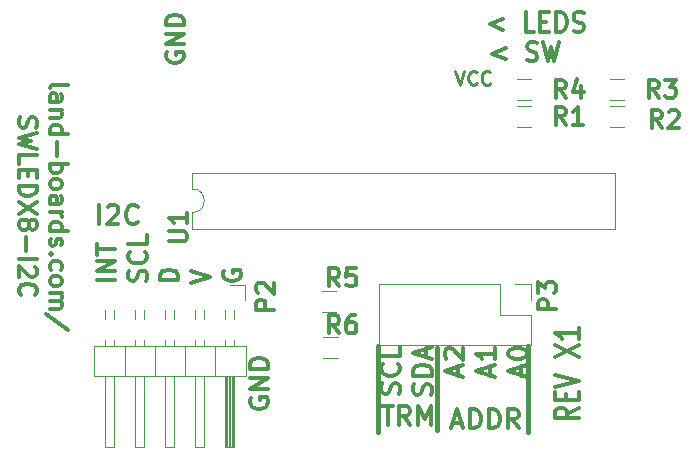
<source format=gbr>
G04 #@! TF.FileFunction,Legend,Top*
%FSLAX46Y46*%
G04 Gerber Fmt 4.6, Leading zero omitted, Abs format (unit mm)*
G04 Created by KiCad (PCBNEW 4.0.5) date 05/28/17 11:37:27*
%MOMM*%
%LPD*%
G01*
G04 APERTURE LIST*
%ADD10C,0.150000*%
%ADD11C,0.304800*%
%ADD12C,0.381000*%
%ADD13C,0.285750*%
%ADD14C,0.375000*%
%ADD15C,0.120000*%
G04 APERTURE END LIST*
D10*
D11*
X9434024Y-20436155D02*
X9434024Y-18848655D01*
X10125267Y-18999845D02*
X10202072Y-18924250D01*
X10355681Y-18848655D01*
X10739705Y-18848655D01*
X10893315Y-18924250D01*
X10970119Y-18999845D01*
X11046924Y-19151036D01*
X11046924Y-19302226D01*
X10970119Y-19529012D01*
X10048462Y-20436155D01*
X11046924Y-20436155D01*
X12659824Y-20284964D02*
X12583019Y-20360560D01*
X12352605Y-20436155D01*
X12198995Y-20436155D01*
X11968581Y-20360560D01*
X11814972Y-20209369D01*
X11738167Y-20058179D01*
X11661362Y-19755798D01*
X11661362Y-19529012D01*
X11738167Y-19226631D01*
X11814972Y-19075440D01*
X11968581Y-18924250D01*
X12198995Y-18848655D01*
X12352605Y-18848655D01*
X12583019Y-18924250D01*
X12659824Y-18999845D01*
X10778410Y-25185048D02*
X9203610Y-25185048D01*
X10778410Y-24435143D02*
X9203610Y-24435143D01*
X10778410Y-23535257D01*
X9203610Y-23535257D01*
X9203610Y-23010324D02*
X9203610Y-22110438D01*
X10778410Y-22560381D02*
X9203610Y-22560381D01*
X13370419Y-25260038D02*
X13445410Y-25035067D01*
X13445410Y-24660114D01*
X13370419Y-24510133D01*
X13295429Y-24435143D01*
X13145448Y-24360152D01*
X12995467Y-24360152D01*
X12845486Y-24435143D01*
X12770495Y-24510133D01*
X12695505Y-24660114D01*
X12620514Y-24960076D01*
X12545524Y-25110057D01*
X12470533Y-25185048D01*
X12320552Y-25260038D01*
X12170571Y-25260038D01*
X12020590Y-25185048D01*
X11945600Y-25110057D01*
X11870610Y-24960076D01*
X11870610Y-24585124D01*
X11945600Y-24360152D01*
X13295429Y-22785352D02*
X13370419Y-22860342D01*
X13445410Y-23085314D01*
X13445410Y-23235295D01*
X13370419Y-23460266D01*
X13220438Y-23610247D01*
X13070457Y-23685238D01*
X12770495Y-23760228D01*
X12545524Y-23760228D01*
X12245562Y-23685238D01*
X12095581Y-23610247D01*
X11945600Y-23460266D01*
X11870610Y-23235295D01*
X11870610Y-23085314D01*
X11945600Y-22860342D01*
X12020590Y-22785352D01*
X13445410Y-21360533D02*
X13445410Y-22110438D01*
X11870610Y-22110438D01*
X16112410Y-25185048D02*
X14537610Y-25185048D01*
X14537610Y-24810095D01*
X14612600Y-24585124D01*
X14762581Y-24435143D01*
X14912562Y-24360152D01*
X15212524Y-24285162D01*
X15437495Y-24285162D01*
X15737457Y-24360152D01*
X15887438Y-24435143D01*
X16037419Y-24585124D01*
X16112410Y-24810095D01*
X16112410Y-25185048D01*
X17204610Y-25410019D02*
X18779410Y-24885086D01*
X17204610Y-24360152D01*
X19946600Y-24360152D02*
X19871610Y-24510133D01*
X19871610Y-24735105D01*
X19946600Y-24960076D01*
X20096581Y-25110057D01*
X20246562Y-25185048D01*
X20546524Y-25260038D01*
X20771495Y-25260038D01*
X21071457Y-25185048D01*
X21221438Y-25110057D01*
X21371419Y-24960076D01*
X21446410Y-24735105D01*
X21446410Y-24585124D01*
X21371419Y-24360152D01*
X21296429Y-24285162D01*
X20771495Y-24285162D01*
X20771495Y-24585124D01*
D12*
X38017000Y-37902000D02*
X38017000Y-30917000D01*
X45710000Y-38029000D02*
X45710000Y-30790000D01*
X32983000Y-30790000D02*
X32983000Y-38029000D01*
D11*
X39331033Y-37254583D02*
X40099081Y-37254583D01*
X39177424Y-37708155D02*
X39715057Y-36120655D01*
X40252690Y-37708155D01*
X40790324Y-37708155D02*
X40790324Y-36120655D01*
X41174348Y-36120655D01*
X41404762Y-36196250D01*
X41558371Y-36347440D01*
X41635176Y-36498631D01*
X41711981Y-36801012D01*
X41711981Y-37027798D01*
X41635176Y-37330179D01*
X41558371Y-37481369D01*
X41404762Y-37632560D01*
X41174348Y-37708155D01*
X40790324Y-37708155D01*
X42403224Y-37708155D02*
X42403224Y-36120655D01*
X42787248Y-36120655D01*
X43017662Y-36196250D01*
X43171271Y-36347440D01*
X43248076Y-36498631D01*
X43324881Y-36801012D01*
X43324881Y-37027798D01*
X43248076Y-37330179D01*
X43171271Y-37481369D01*
X43017662Y-37632560D01*
X42787248Y-37708155D01*
X42403224Y-37708155D01*
X44937781Y-37708155D02*
X44400148Y-36952202D01*
X44016124Y-37708155D02*
X44016124Y-36120655D01*
X44630562Y-36120655D01*
X44784171Y-36196250D01*
X44860976Y-36271845D01*
X44937781Y-36423036D01*
X44937781Y-36649821D01*
X44860976Y-36801012D01*
X44784171Y-36876607D01*
X44630562Y-36952202D01*
X44016124Y-36952202D01*
X33368520Y-35830655D02*
X34290177Y-35830655D01*
X33829348Y-37418155D02*
X33829348Y-35830655D01*
X35749467Y-37418155D02*
X35211834Y-36662202D01*
X34827810Y-37418155D02*
X34827810Y-35830655D01*
X35442248Y-35830655D01*
X35595857Y-35906250D01*
X35672662Y-35981845D01*
X35749467Y-36133036D01*
X35749467Y-36359821D01*
X35672662Y-36511012D01*
X35595857Y-36586607D01*
X35442248Y-36662202D01*
X34827810Y-36662202D01*
X36440710Y-37418155D02*
X36440710Y-35830655D01*
X36978343Y-36964583D01*
X37515976Y-35830655D01*
X37515976Y-37418155D01*
X34800460Y-34787457D02*
X34876055Y-34557043D01*
X34876055Y-34173019D01*
X34800460Y-34019409D01*
X34724864Y-33942605D01*
X34573674Y-33865800D01*
X34422483Y-33865800D01*
X34271293Y-33942605D01*
X34195698Y-34019409D01*
X34120102Y-34173019D01*
X34044507Y-34480238D01*
X33968912Y-34633847D01*
X33893317Y-34710652D01*
X33742126Y-34787457D01*
X33590936Y-34787457D01*
X33439745Y-34710652D01*
X33364150Y-34633847D01*
X33288555Y-34480238D01*
X33288555Y-34096214D01*
X33364150Y-33865800D01*
X34724864Y-32252900D02*
X34800460Y-32329705D01*
X34876055Y-32560119D01*
X34876055Y-32713729D01*
X34800460Y-32944143D01*
X34649269Y-33097752D01*
X34498079Y-33174557D01*
X34195698Y-33251362D01*
X33968912Y-33251362D01*
X33666531Y-33174557D01*
X33515340Y-33097752D01*
X33364150Y-32944143D01*
X33288555Y-32713729D01*
X33288555Y-32560119D01*
X33364150Y-32329705D01*
X33439745Y-32252900D01*
X34876055Y-30793610D02*
X34876055Y-31561657D01*
X33288555Y-31561657D01*
X37486510Y-34864262D02*
X37562105Y-34633848D01*
X37562105Y-34249824D01*
X37486510Y-34096214D01*
X37410914Y-34019410D01*
X37259724Y-33942605D01*
X37108533Y-33942605D01*
X36957343Y-34019410D01*
X36881748Y-34096214D01*
X36806152Y-34249824D01*
X36730557Y-34557043D01*
X36654962Y-34710652D01*
X36579367Y-34787457D01*
X36428176Y-34864262D01*
X36276986Y-34864262D01*
X36125795Y-34787457D01*
X36050200Y-34710652D01*
X35974605Y-34557043D01*
X35974605Y-34173019D01*
X36050200Y-33942605D01*
X37562105Y-33251362D02*
X35974605Y-33251362D01*
X35974605Y-32867338D01*
X36050200Y-32636924D01*
X36201390Y-32483315D01*
X36352581Y-32406510D01*
X36654962Y-32329705D01*
X36881748Y-32329705D01*
X37184129Y-32406510D01*
X37335319Y-32483315D01*
X37486510Y-32636924D01*
X37562105Y-32867338D01*
X37562105Y-33251362D01*
X37108533Y-31715267D02*
X37108533Y-30947219D01*
X37562105Y-31868876D02*
X35974605Y-31331243D01*
X37562105Y-30793610D01*
X39794583Y-33251362D02*
X39794583Y-32483314D01*
X40248155Y-33404971D02*
X38660655Y-32867338D01*
X40248155Y-32329705D01*
X38811845Y-31868876D02*
X38736250Y-31792071D01*
X38660655Y-31638462D01*
X38660655Y-31254438D01*
X38736250Y-31100828D01*
X38811845Y-31024024D01*
X38963036Y-30947219D01*
X39114226Y-30947219D01*
X39341012Y-31024024D01*
X40248155Y-31945681D01*
X40248155Y-30947219D01*
X42480633Y-33251362D02*
X42480633Y-32483314D01*
X42934205Y-33404971D02*
X41346705Y-32867338D01*
X42934205Y-32329705D01*
X42934205Y-30947219D02*
X42934205Y-31868876D01*
X42934205Y-31408047D02*
X41346705Y-31408047D01*
X41573490Y-31561657D01*
X41724681Y-31715266D01*
X41800276Y-31868876D01*
X45166683Y-33251362D02*
X45166683Y-32483314D01*
X45620255Y-33404971D02*
X44032755Y-32867338D01*
X45620255Y-32329705D01*
X44032755Y-31484852D02*
X44032755Y-31331243D01*
X44108350Y-31177633D01*
X44183945Y-31100828D01*
X44335136Y-31024024D01*
X44637517Y-30947219D01*
X45015493Y-30947219D01*
X45317874Y-31024024D01*
X45469064Y-31100828D01*
X45544660Y-31177633D01*
X45620255Y-31331243D01*
X45620255Y-31484852D01*
X45544660Y-31638462D01*
X45469064Y-31715266D01*
X45317874Y-31792071D01*
X45015493Y-31868876D01*
X44637517Y-31868876D01*
X44335136Y-31792071D01*
X44183945Y-31715266D01*
X44108350Y-31638462D01*
X44032755Y-31484852D01*
X22226250Y-35126124D02*
X22150655Y-35279733D01*
X22150655Y-35510148D01*
X22226250Y-35740562D01*
X22377440Y-35894171D01*
X22528631Y-35970976D01*
X22831012Y-36047781D01*
X23057798Y-36047781D01*
X23360179Y-35970976D01*
X23511369Y-35894171D01*
X23662560Y-35740562D01*
X23738155Y-35510148D01*
X23738155Y-35356538D01*
X23662560Y-35126124D01*
X23586964Y-35049319D01*
X23057798Y-35049319D01*
X23057798Y-35356538D01*
X23738155Y-34358076D02*
X22150655Y-34358076D01*
X23738155Y-33436419D01*
X22150655Y-33436419D01*
X23738155Y-32668371D02*
X22150655Y-32668371D01*
X22150655Y-32284347D01*
X22226250Y-32053933D01*
X22377440Y-31900324D01*
X22528631Y-31823519D01*
X22831012Y-31746714D01*
X23057798Y-31746714D01*
X23360179Y-31823519D01*
X23511369Y-31900324D01*
X23662560Y-32053933D01*
X23738155Y-32284347D01*
X23738155Y-32668371D01*
D13*
X39576000Y-7474071D02*
X39957000Y-8617071D01*
X40338000Y-7474071D01*
X41372143Y-8508214D02*
X41317714Y-8562643D01*
X41154428Y-8617071D01*
X41045571Y-8617071D01*
X40882286Y-8562643D01*
X40773428Y-8453786D01*
X40719000Y-8344929D01*
X40664571Y-8127214D01*
X40664571Y-7963929D01*
X40719000Y-7746214D01*
X40773428Y-7637357D01*
X40882286Y-7528500D01*
X41045571Y-7474071D01*
X41154428Y-7474071D01*
X41317714Y-7528500D01*
X41372143Y-7582929D01*
X42515143Y-8508214D02*
X42460714Y-8562643D01*
X42297428Y-8617071D01*
X42188571Y-8617071D01*
X42025286Y-8562643D01*
X41916428Y-8453786D01*
X41862000Y-8344929D01*
X41807571Y-8127214D01*
X41807571Y-7963929D01*
X41862000Y-7746214D01*
X41916428Y-7637357D01*
X42025286Y-7528500D01*
X42188571Y-7474071D01*
X42297428Y-7474071D01*
X42460714Y-7528500D01*
X42515143Y-7582929D01*
D11*
X43824000Y-5546214D02*
X42662857Y-6017929D01*
X43824000Y-6489643D01*
X45638286Y-6568262D02*
X45856000Y-6646881D01*
X46218857Y-6646881D01*
X46364000Y-6568262D01*
X46436571Y-6489643D01*
X46509143Y-6332405D01*
X46509143Y-6175167D01*
X46436571Y-6017929D01*
X46364000Y-5939310D01*
X46218857Y-5860690D01*
X45928571Y-5782071D01*
X45783429Y-5703452D01*
X45710857Y-5624833D01*
X45638286Y-5467595D01*
X45638286Y-5310357D01*
X45710857Y-5153119D01*
X45783429Y-5074500D01*
X45928571Y-4995881D01*
X46291429Y-4995881D01*
X46509143Y-5074500D01*
X47017143Y-4995881D02*
X47380000Y-6646881D01*
X47670286Y-5467595D01*
X47960572Y-6646881D01*
X48323429Y-4995881D01*
X43624000Y-3046214D02*
X42462857Y-3517929D01*
X43624000Y-3989643D01*
X46236571Y-4146881D02*
X45510857Y-4146881D01*
X45510857Y-2495881D01*
X46744571Y-3282071D02*
X47252571Y-3282071D01*
X47470285Y-4146881D02*
X46744571Y-4146881D01*
X46744571Y-2495881D01*
X47470285Y-2495881D01*
X48123428Y-4146881D02*
X48123428Y-2495881D01*
X48486285Y-2495881D01*
X48704000Y-2574500D01*
X48849142Y-2731738D01*
X48921714Y-2888976D01*
X48994285Y-3203452D01*
X48994285Y-3439310D01*
X48921714Y-3753786D01*
X48849142Y-3911024D01*
X48704000Y-4068262D01*
X48486285Y-4146881D01*
X48123428Y-4146881D01*
X49574857Y-4068262D02*
X49792571Y-4146881D01*
X50155428Y-4146881D01*
X50300571Y-4068262D01*
X50373142Y-3989643D01*
X50445714Y-3832405D01*
X50445714Y-3675167D01*
X50373142Y-3517929D01*
X50300571Y-3439310D01*
X50155428Y-3360690D01*
X49865142Y-3282071D01*
X49720000Y-3203452D01*
X49647428Y-3124833D01*
X49574857Y-2967595D01*
X49574857Y-2810357D01*
X49647428Y-2653119D01*
X49720000Y-2574500D01*
X49865142Y-2495881D01*
X50228000Y-2495881D01*
X50445714Y-2574500D01*
X15146000Y-5893142D02*
X15073429Y-6038285D01*
X15073429Y-6255999D01*
X15146000Y-6473714D01*
X15291143Y-6618856D01*
X15436286Y-6691428D01*
X15726571Y-6763999D01*
X15944286Y-6763999D01*
X16234571Y-6691428D01*
X16379714Y-6618856D01*
X16524857Y-6473714D01*
X16597429Y-6255999D01*
X16597429Y-6110856D01*
X16524857Y-5893142D01*
X16452286Y-5820571D01*
X15944286Y-5820571D01*
X15944286Y-6110856D01*
X16597429Y-5167428D02*
X15073429Y-5167428D01*
X16597429Y-4296571D01*
X15073429Y-4296571D01*
X16597429Y-3570857D02*
X15073429Y-3570857D01*
X15073429Y-3208000D01*
X15146000Y-2990285D01*
X15291143Y-2845143D01*
X15436286Y-2772571D01*
X15726571Y-2700000D01*
X15944286Y-2700000D01*
X16234571Y-2772571D01*
X16379714Y-2845143D01*
X16524857Y-2990285D01*
X16597429Y-3208000D01*
X16597429Y-3570857D01*
D14*
X5233929Y-8864286D02*
X5305357Y-8721428D01*
X5448214Y-8650000D01*
X6733929Y-8650000D01*
X5233929Y-10078571D02*
X6019643Y-10078571D01*
X6162500Y-10007142D01*
X6233929Y-9864285D01*
X6233929Y-9578571D01*
X6162500Y-9435714D01*
X5305357Y-10078571D02*
X5233929Y-9935714D01*
X5233929Y-9578571D01*
X5305357Y-9435714D01*
X5448214Y-9364285D01*
X5591071Y-9364285D01*
X5733929Y-9435714D01*
X5805357Y-9578571D01*
X5805357Y-9935714D01*
X5876786Y-10078571D01*
X6233929Y-10792857D02*
X5233929Y-10792857D01*
X6091071Y-10792857D02*
X6162500Y-10864285D01*
X6233929Y-11007143D01*
X6233929Y-11221428D01*
X6162500Y-11364285D01*
X6019643Y-11435714D01*
X5233929Y-11435714D01*
X5233929Y-12792857D02*
X6733929Y-12792857D01*
X5305357Y-12792857D02*
X5233929Y-12650000D01*
X5233929Y-12364286D01*
X5305357Y-12221428D01*
X5376786Y-12150000D01*
X5519643Y-12078571D01*
X5948214Y-12078571D01*
X6091071Y-12150000D01*
X6162500Y-12221428D01*
X6233929Y-12364286D01*
X6233929Y-12650000D01*
X6162500Y-12792857D01*
X5805357Y-13507143D02*
X5805357Y-14650000D01*
X5233929Y-15364286D02*
X6733929Y-15364286D01*
X6162500Y-15364286D02*
X6233929Y-15507143D01*
X6233929Y-15792857D01*
X6162500Y-15935714D01*
X6091071Y-16007143D01*
X5948214Y-16078572D01*
X5519643Y-16078572D01*
X5376786Y-16007143D01*
X5305357Y-15935714D01*
X5233929Y-15792857D01*
X5233929Y-15507143D01*
X5305357Y-15364286D01*
X5233929Y-16935715D02*
X5305357Y-16792857D01*
X5376786Y-16721429D01*
X5519643Y-16650000D01*
X5948214Y-16650000D01*
X6091071Y-16721429D01*
X6162500Y-16792857D01*
X6233929Y-16935715D01*
X6233929Y-17150000D01*
X6162500Y-17292857D01*
X6091071Y-17364286D01*
X5948214Y-17435715D01*
X5519643Y-17435715D01*
X5376786Y-17364286D01*
X5305357Y-17292857D01*
X5233929Y-17150000D01*
X5233929Y-16935715D01*
X5233929Y-18721429D02*
X6019643Y-18721429D01*
X6162500Y-18650000D01*
X6233929Y-18507143D01*
X6233929Y-18221429D01*
X6162500Y-18078572D01*
X5305357Y-18721429D02*
X5233929Y-18578572D01*
X5233929Y-18221429D01*
X5305357Y-18078572D01*
X5448214Y-18007143D01*
X5591071Y-18007143D01*
X5733929Y-18078572D01*
X5805357Y-18221429D01*
X5805357Y-18578572D01*
X5876786Y-18721429D01*
X5233929Y-19435715D02*
X6233929Y-19435715D01*
X5948214Y-19435715D02*
X6091071Y-19507143D01*
X6162500Y-19578572D01*
X6233929Y-19721429D01*
X6233929Y-19864286D01*
X5233929Y-21007143D02*
X6733929Y-21007143D01*
X5305357Y-21007143D02*
X5233929Y-20864286D01*
X5233929Y-20578572D01*
X5305357Y-20435714D01*
X5376786Y-20364286D01*
X5519643Y-20292857D01*
X5948214Y-20292857D01*
X6091071Y-20364286D01*
X6162500Y-20435714D01*
X6233929Y-20578572D01*
X6233929Y-20864286D01*
X6162500Y-21007143D01*
X5305357Y-21650000D02*
X5233929Y-21792857D01*
X5233929Y-22078572D01*
X5305357Y-22221429D01*
X5448214Y-22292857D01*
X5519643Y-22292857D01*
X5662500Y-22221429D01*
X5733929Y-22078572D01*
X5733929Y-21864286D01*
X5805357Y-21721429D01*
X5948214Y-21650000D01*
X6019643Y-21650000D01*
X6162500Y-21721429D01*
X6233929Y-21864286D01*
X6233929Y-22078572D01*
X6162500Y-22221429D01*
X5376786Y-22935715D02*
X5305357Y-23007143D01*
X5233929Y-22935715D01*
X5305357Y-22864286D01*
X5376786Y-22935715D01*
X5233929Y-22935715D01*
X5305357Y-24292858D02*
X5233929Y-24150001D01*
X5233929Y-23864287D01*
X5305357Y-23721429D01*
X5376786Y-23650001D01*
X5519643Y-23578572D01*
X5948214Y-23578572D01*
X6091071Y-23650001D01*
X6162500Y-23721429D01*
X6233929Y-23864287D01*
X6233929Y-24150001D01*
X6162500Y-24292858D01*
X5233929Y-25150001D02*
X5305357Y-25007143D01*
X5376786Y-24935715D01*
X5519643Y-24864286D01*
X5948214Y-24864286D01*
X6091071Y-24935715D01*
X6162500Y-25007143D01*
X6233929Y-25150001D01*
X6233929Y-25364286D01*
X6162500Y-25507143D01*
X6091071Y-25578572D01*
X5948214Y-25650001D01*
X5519643Y-25650001D01*
X5376786Y-25578572D01*
X5305357Y-25507143D01*
X5233929Y-25364286D01*
X5233929Y-25150001D01*
X5233929Y-26292858D02*
X6233929Y-26292858D01*
X6091071Y-26292858D02*
X6162500Y-26364286D01*
X6233929Y-26507144D01*
X6233929Y-26721429D01*
X6162500Y-26864286D01*
X6019643Y-26935715D01*
X5233929Y-26935715D01*
X6019643Y-26935715D02*
X6162500Y-27007144D01*
X6233929Y-27150001D01*
X6233929Y-27364286D01*
X6162500Y-27507144D01*
X6019643Y-27578572D01*
X5233929Y-27578572D01*
X6805357Y-29364286D02*
X4876786Y-28078572D01*
X2680357Y-11400000D02*
X2608929Y-11614286D01*
X2608929Y-11971429D01*
X2680357Y-12114286D01*
X2751786Y-12185715D01*
X2894643Y-12257143D01*
X3037500Y-12257143D01*
X3180357Y-12185715D01*
X3251786Y-12114286D01*
X3323214Y-11971429D01*
X3394643Y-11685715D01*
X3466071Y-11542857D01*
X3537500Y-11471429D01*
X3680357Y-11400000D01*
X3823214Y-11400000D01*
X3966071Y-11471429D01*
X4037500Y-11542857D01*
X4108929Y-11685715D01*
X4108929Y-12042857D01*
X4037500Y-12257143D01*
X4108929Y-12757143D02*
X2608929Y-13114286D01*
X3680357Y-13400000D01*
X2608929Y-13685714D01*
X4108929Y-14042857D01*
X2608929Y-15328572D02*
X2608929Y-14614286D01*
X4108929Y-14614286D01*
X3394643Y-15828572D02*
X3394643Y-16328572D01*
X2608929Y-16542858D02*
X2608929Y-15828572D01*
X4108929Y-15828572D01*
X4108929Y-16542858D01*
X2608929Y-17185715D02*
X4108929Y-17185715D01*
X4108929Y-17542858D01*
X4037500Y-17757143D01*
X3894643Y-17900001D01*
X3751786Y-17971429D01*
X3466071Y-18042858D01*
X3251786Y-18042858D01*
X2966071Y-17971429D01*
X2823214Y-17900001D01*
X2680357Y-17757143D01*
X2608929Y-17542858D01*
X2608929Y-17185715D01*
X4108929Y-18542858D02*
X2608929Y-19542858D01*
X4108929Y-19542858D02*
X2608929Y-18542858D01*
X3466071Y-20328572D02*
X3537500Y-20185714D01*
X3608929Y-20114286D01*
X3751786Y-20042857D01*
X3823214Y-20042857D01*
X3966071Y-20114286D01*
X4037500Y-20185714D01*
X4108929Y-20328572D01*
X4108929Y-20614286D01*
X4037500Y-20757143D01*
X3966071Y-20828572D01*
X3823214Y-20900000D01*
X3751786Y-20900000D01*
X3608929Y-20828572D01*
X3537500Y-20757143D01*
X3466071Y-20614286D01*
X3466071Y-20328572D01*
X3394643Y-20185714D01*
X3323214Y-20114286D01*
X3180357Y-20042857D01*
X2894643Y-20042857D01*
X2751786Y-20114286D01*
X2680357Y-20185714D01*
X2608929Y-20328572D01*
X2608929Y-20614286D01*
X2680357Y-20757143D01*
X2751786Y-20828572D01*
X2894643Y-20900000D01*
X3180357Y-20900000D01*
X3323214Y-20828572D01*
X3394643Y-20757143D01*
X3466071Y-20614286D01*
X3180357Y-21542857D02*
X3180357Y-22685714D01*
X2608929Y-23400000D02*
X4108929Y-23400000D01*
X3966071Y-24042857D02*
X4037500Y-24114286D01*
X4108929Y-24257143D01*
X4108929Y-24614286D01*
X4037500Y-24757143D01*
X3966071Y-24828572D01*
X3823214Y-24900000D01*
X3680357Y-24900000D01*
X3466071Y-24828572D01*
X2608929Y-23971429D01*
X2608929Y-24900000D01*
X2751786Y-26400000D02*
X2680357Y-26328571D01*
X2608929Y-26114285D01*
X2608929Y-25971428D01*
X2680357Y-25757143D01*
X2823214Y-25614285D01*
X2966071Y-25542857D01*
X3251786Y-25471428D01*
X3466071Y-25471428D01*
X3751786Y-25542857D01*
X3894643Y-25614285D01*
X4037500Y-25757143D01*
X4108929Y-25971428D01*
X4108929Y-26114285D01*
X4037500Y-26328571D01*
X3966071Y-26400000D01*
D11*
X50019238Y-36002858D02*
X49051619Y-36510858D01*
X50019238Y-36873715D02*
X47987238Y-36873715D01*
X47987238Y-36293143D01*
X48084000Y-36148001D01*
X48180762Y-36075429D01*
X48374286Y-36002858D01*
X48664571Y-36002858D01*
X48858095Y-36075429D01*
X48954857Y-36148001D01*
X49051619Y-36293143D01*
X49051619Y-36873715D01*
X48954857Y-35349715D02*
X48954857Y-34841715D01*
X50019238Y-34624001D02*
X50019238Y-35349715D01*
X47987238Y-35349715D01*
X47987238Y-34624001D01*
X47987238Y-34188572D02*
X50019238Y-33680572D01*
X47987238Y-33172572D01*
X47987238Y-31648572D02*
X50019238Y-30632572D01*
X47987238Y-30632572D02*
X50019238Y-31648572D01*
X50019238Y-29253714D02*
X50019238Y-30124571D01*
X50019238Y-29689143D02*
X47987238Y-29689143D01*
X48277524Y-29834286D01*
X48471048Y-29979428D01*
X48567810Y-30124571D01*
D15*
X44772000Y-10456000D02*
X45972000Y-10456000D01*
X45972000Y-12216000D02*
X44772000Y-12216000D01*
X52646000Y-10456000D02*
X53846000Y-10456000D01*
X53846000Y-12216000D02*
X52646000Y-12216000D01*
X52646000Y-8170000D02*
X53846000Y-8170000D01*
X53846000Y-9930000D02*
X52646000Y-9930000D01*
X44772000Y-8170000D02*
X45972000Y-8170000D01*
X45972000Y-9930000D02*
X44772000Y-9930000D01*
X29500000Y-27880000D02*
X28300000Y-27880000D01*
X28300000Y-26120000D02*
X29500000Y-26120000D01*
X29600000Y-31780000D02*
X28400000Y-31780000D01*
X28400000Y-30020000D02*
X29600000Y-30020000D01*
X43340000Y-25500000D02*
X33120000Y-25500000D01*
X33120000Y-25500000D02*
X33120000Y-30700000D01*
X33120000Y-30700000D02*
X45940000Y-30700000D01*
X45940000Y-30700000D02*
X45940000Y-28100000D01*
X45940000Y-28100000D02*
X43340000Y-28100000D01*
X43340000Y-28100000D02*
X43340000Y-25500000D01*
X44610000Y-25500000D02*
X45940000Y-25500000D01*
X45940000Y-25500000D02*
X45940000Y-26830000D01*
X17312000Y-19448000D02*
X17312000Y-20818000D01*
X17312000Y-20818000D02*
X53112000Y-20818000D01*
X53112000Y-20818000D02*
X53112000Y-16078000D01*
X53112000Y-16078000D02*
X17312000Y-16078000D01*
X17312000Y-16078000D02*
X17312000Y-17448000D01*
X17312000Y-17448000D02*
G75*
G02X17312000Y-19448000I0J-1000000D01*
G01*
X21810000Y-30710000D02*
X19210000Y-30710000D01*
X19210000Y-30710000D02*
X19210000Y-33330000D01*
X19210000Y-33330000D02*
X21810000Y-33330000D01*
X21810000Y-33330000D02*
X21810000Y-30710000D01*
X20860000Y-33330000D02*
X20100000Y-33330000D01*
X20100000Y-33330000D02*
X20100000Y-39330000D01*
X20100000Y-39330000D02*
X20860000Y-39330000D01*
X20860000Y-39330000D02*
X20860000Y-33330000D01*
X20860000Y-30280000D02*
X20860000Y-30710000D01*
X20100000Y-30280000D02*
X20100000Y-30710000D01*
X20860000Y-27740000D02*
X20860000Y-28460000D01*
X20100000Y-27740000D02*
X20100000Y-28460000D01*
X20740000Y-33330000D02*
X20740000Y-39330000D01*
X20620000Y-33330000D02*
X20620000Y-39330000D01*
X20500000Y-33330000D02*
X20500000Y-39330000D01*
X20380000Y-33330000D02*
X20380000Y-39330000D01*
X20260000Y-33330000D02*
X20260000Y-39330000D01*
X20140000Y-33330000D02*
X20140000Y-39330000D01*
X19210000Y-30710000D02*
X16670000Y-30710000D01*
X16670000Y-30710000D02*
X16670000Y-33330000D01*
X16670000Y-33330000D02*
X19210000Y-33330000D01*
X19210000Y-33330000D02*
X19210000Y-30710000D01*
X18320000Y-33330000D02*
X17560000Y-33330000D01*
X17560000Y-33330000D02*
X17560000Y-39330000D01*
X17560000Y-39330000D02*
X18320000Y-39330000D01*
X18320000Y-39330000D02*
X18320000Y-33330000D01*
X18320000Y-30280000D02*
X18320000Y-30710000D01*
X17560000Y-30280000D02*
X17560000Y-30710000D01*
X18320000Y-27740000D02*
X18320000Y-28460000D01*
X17560000Y-27740000D02*
X17560000Y-28460000D01*
X16670000Y-30710000D02*
X14130000Y-30710000D01*
X14130000Y-30710000D02*
X14130000Y-33330000D01*
X14130000Y-33330000D02*
X16670000Y-33330000D01*
X16670000Y-33330000D02*
X16670000Y-30710000D01*
X15780000Y-33330000D02*
X15020000Y-33330000D01*
X15020000Y-33330000D02*
X15020000Y-39330000D01*
X15020000Y-39330000D02*
X15780000Y-39330000D01*
X15780000Y-39330000D02*
X15780000Y-33330000D01*
X15780000Y-30280000D02*
X15780000Y-30710000D01*
X15020000Y-30280000D02*
X15020000Y-30710000D01*
X15780000Y-27740000D02*
X15780000Y-28460000D01*
X15020000Y-27740000D02*
X15020000Y-28460000D01*
X14130000Y-30710000D02*
X11590000Y-30710000D01*
X11590000Y-30710000D02*
X11590000Y-33330000D01*
X11590000Y-33330000D02*
X14130000Y-33330000D01*
X14130000Y-33330000D02*
X14130000Y-30710000D01*
X13240000Y-33330000D02*
X12480000Y-33330000D01*
X12480000Y-33330000D02*
X12480000Y-39330000D01*
X12480000Y-39330000D02*
X13240000Y-39330000D01*
X13240000Y-39330000D02*
X13240000Y-33330000D01*
X13240000Y-30280000D02*
X13240000Y-30710000D01*
X12480000Y-30280000D02*
X12480000Y-30710000D01*
X13240000Y-27740000D02*
X13240000Y-28460000D01*
X12480000Y-27740000D02*
X12480000Y-28460000D01*
X11590000Y-30710000D02*
X8990000Y-30710000D01*
X8990000Y-30710000D02*
X8990000Y-33330000D01*
X8990000Y-33330000D02*
X11590000Y-33330000D01*
X11590000Y-33330000D02*
X11590000Y-30710000D01*
X10700000Y-33330000D02*
X9940000Y-33330000D01*
X9940000Y-33330000D02*
X9940000Y-39330000D01*
X9940000Y-39330000D02*
X10700000Y-39330000D01*
X10700000Y-39330000D02*
X10700000Y-33330000D01*
X10700000Y-30280000D02*
X10700000Y-30710000D01*
X9940000Y-30280000D02*
X9940000Y-30710000D01*
X10700000Y-27740000D02*
X10700000Y-28460000D01*
X9940000Y-27740000D02*
X9940000Y-28460000D01*
X20480000Y-25560000D02*
X21750000Y-25560000D01*
X21750000Y-25560000D02*
X21750000Y-26830000D01*
D11*
X48928000Y-12025429D02*
X48420000Y-11299714D01*
X48057143Y-12025429D02*
X48057143Y-10501429D01*
X48637715Y-10501429D01*
X48782857Y-10574000D01*
X48855429Y-10646571D01*
X48928000Y-10791714D01*
X48928000Y-11009429D01*
X48855429Y-11154571D01*
X48782857Y-11227143D01*
X48637715Y-11299714D01*
X48057143Y-11299714D01*
X50379429Y-12025429D02*
X49508572Y-12025429D01*
X49944000Y-12025429D02*
X49944000Y-10501429D01*
X49798857Y-10719143D01*
X49653715Y-10864286D01*
X49508572Y-10936857D01*
X57056000Y-12279429D02*
X56548000Y-11553714D01*
X56185143Y-12279429D02*
X56185143Y-10755429D01*
X56765715Y-10755429D01*
X56910857Y-10828000D01*
X56983429Y-10900571D01*
X57056000Y-11045714D01*
X57056000Y-11263429D01*
X56983429Y-11408571D01*
X56910857Y-11481143D01*
X56765715Y-11553714D01*
X56185143Y-11553714D01*
X57636572Y-10900571D02*
X57709143Y-10828000D01*
X57854286Y-10755429D01*
X58217143Y-10755429D01*
X58362286Y-10828000D01*
X58434857Y-10900571D01*
X58507429Y-11045714D01*
X58507429Y-11190857D01*
X58434857Y-11408571D01*
X57564000Y-12279429D01*
X58507429Y-12279429D01*
X56802000Y-9739429D02*
X56294000Y-9013714D01*
X55931143Y-9739429D02*
X55931143Y-8215429D01*
X56511715Y-8215429D01*
X56656857Y-8288000D01*
X56729429Y-8360571D01*
X56802000Y-8505714D01*
X56802000Y-8723429D01*
X56729429Y-8868571D01*
X56656857Y-8941143D01*
X56511715Y-9013714D01*
X55931143Y-9013714D01*
X57310000Y-8215429D02*
X58253429Y-8215429D01*
X57745429Y-8796000D01*
X57963143Y-8796000D01*
X58108286Y-8868571D01*
X58180857Y-8941143D01*
X58253429Y-9086286D01*
X58253429Y-9449143D01*
X58180857Y-9594286D01*
X58108286Y-9666857D01*
X57963143Y-9739429D01*
X57527715Y-9739429D01*
X57382572Y-9666857D01*
X57310000Y-9594286D01*
X48928000Y-9739429D02*
X48420000Y-9013714D01*
X48057143Y-9739429D02*
X48057143Y-8215429D01*
X48637715Y-8215429D01*
X48782857Y-8288000D01*
X48855429Y-8360571D01*
X48928000Y-8505714D01*
X48928000Y-8723429D01*
X48855429Y-8868571D01*
X48782857Y-8941143D01*
X48637715Y-9013714D01*
X48057143Y-9013714D01*
X50234286Y-8723429D02*
X50234286Y-9739429D01*
X49871429Y-8142857D02*
X49508572Y-9231429D01*
X50452000Y-9231429D01*
X29746000Y-25689429D02*
X29238000Y-24963714D01*
X28875143Y-25689429D02*
X28875143Y-24165429D01*
X29455715Y-24165429D01*
X29600857Y-24238000D01*
X29673429Y-24310571D01*
X29746000Y-24455714D01*
X29746000Y-24673429D01*
X29673429Y-24818571D01*
X29600857Y-24891143D01*
X29455715Y-24963714D01*
X28875143Y-24963714D01*
X31124857Y-24165429D02*
X30399143Y-24165429D01*
X30326572Y-24891143D01*
X30399143Y-24818571D01*
X30544286Y-24746000D01*
X30907143Y-24746000D01*
X31052286Y-24818571D01*
X31124857Y-24891143D01*
X31197429Y-25036286D01*
X31197429Y-25399143D01*
X31124857Y-25544286D01*
X31052286Y-25616857D01*
X30907143Y-25689429D01*
X30544286Y-25689429D01*
X30399143Y-25616857D01*
X30326572Y-25544286D01*
X29746000Y-29689429D02*
X29238000Y-28963714D01*
X28875143Y-29689429D02*
X28875143Y-28165429D01*
X29455715Y-28165429D01*
X29600857Y-28238000D01*
X29673429Y-28310571D01*
X29746000Y-28455714D01*
X29746000Y-28673429D01*
X29673429Y-28818571D01*
X29600857Y-28891143D01*
X29455715Y-28963714D01*
X28875143Y-28963714D01*
X31052286Y-28165429D02*
X30762000Y-28165429D01*
X30616857Y-28238000D01*
X30544286Y-28310571D01*
X30399143Y-28528286D01*
X30326572Y-28818571D01*
X30326572Y-29399143D01*
X30399143Y-29544286D01*
X30471715Y-29616857D01*
X30616857Y-29689429D01*
X30907143Y-29689429D01*
X31052286Y-29616857D01*
X31124857Y-29544286D01*
X31197429Y-29399143D01*
X31197429Y-29036286D01*
X31124857Y-28891143D01*
X31052286Y-28818571D01*
X30907143Y-28746000D01*
X30616857Y-28746000D01*
X30471715Y-28818571D01*
X30399143Y-28891143D01*
X30326572Y-29036286D01*
X48099429Y-27654857D02*
X46575429Y-27654857D01*
X46575429Y-27074285D01*
X46648000Y-26929143D01*
X46720571Y-26856571D01*
X46865714Y-26784000D01*
X47083429Y-26784000D01*
X47228571Y-26856571D01*
X47301143Y-26929143D01*
X47373714Y-27074285D01*
X47373714Y-27654857D01*
X46575429Y-26276000D02*
X46575429Y-25332571D01*
X47156000Y-25840571D01*
X47156000Y-25622857D01*
X47228571Y-25477714D01*
X47301143Y-25405143D01*
X47446286Y-25332571D01*
X47809143Y-25332571D01*
X47954286Y-25405143D01*
X48026857Y-25477714D01*
X48099429Y-25622857D01*
X48099429Y-26058285D01*
X48026857Y-26203428D01*
X47954286Y-26276000D01*
X15327429Y-21895143D02*
X16561143Y-21895143D01*
X16706286Y-21822571D01*
X16778857Y-21750000D01*
X16851429Y-21604857D01*
X16851429Y-21314571D01*
X16778857Y-21169429D01*
X16706286Y-21096857D01*
X16561143Y-21024286D01*
X15327429Y-21024286D01*
X16851429Y-19500286D02*
X16851429Y-20371143D01*
X16851429Y-19935715D02*
X15327429Y-19935715D01*
X15545143Y-20080858D01*
X15690286Y-20226000D01*
X15762857Y-20371143D01*
X24217429Y-27700857D02*
X22693429Y-27700857D01*
X22693429Y-27120285D01*
X22766000Y-26975143D01*
X22838571Y-26902571D01*
X22983714Y-26830000D01*
X23201429Y-26830000D01*
X23346571Y-26902571D01*
X23419143Y-26975143D01*
X23491714Y-27120285D01*
X23491714Y-27700857D01*
X22838571Y-26249428D02*
X22766000Y-26176857D01*
X22693429Y-26031714D01*
X22693429Y-25668857D01*
X22766000Y-25523714D01*
X22838571Y-25451143D01*
X22983714Y-25378571D01*
X23128857Y-25378571D01*
X23346571Y-25451143D01*
X24217429Y-26322000D01*
X24217429Y-25378571D01*
M02*

</source>
